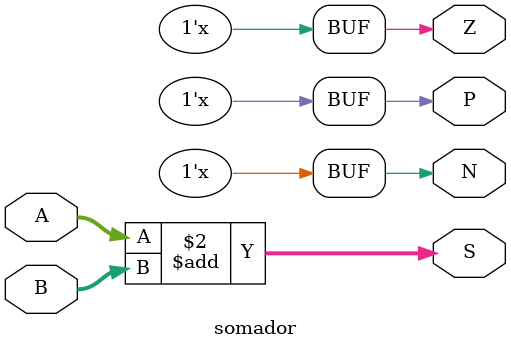
<source format=sv>
/*
 * LOAC 2022.2
 * Roteiro 01 - Problema 02: Somador de 8 bits
 * (c) Alexandre B. Corlet, 119210883
 */

parameter NUM_BITS = 8;	// Define a constant which represent the maximum number of bits

module somador(
  input logic signed [NUM_BITS-1:0] A, B,
  output logic signed [NUM_BITS-1:0] S,
  output logic Z, N, P
  );

  always_comb begin
    // Compute sum of A and B and store it on S
    S <= A + B;
    // Check if S == 0, if S == 0, then Z := 1, otherwise set Z := 0
    Z <= S == 0;
    // Check if S < 0. If S < 0, then N := 1, otherwise N := 0
    N <= S[NUM_BITS-1];
    // Check if S is even or odd. If S is even, then P := 1, otherwise P := 0
    // this is done by checking the LSB is or 0 or 1.
    P <= S[0] == 0;
  end

endmodule

</source>
